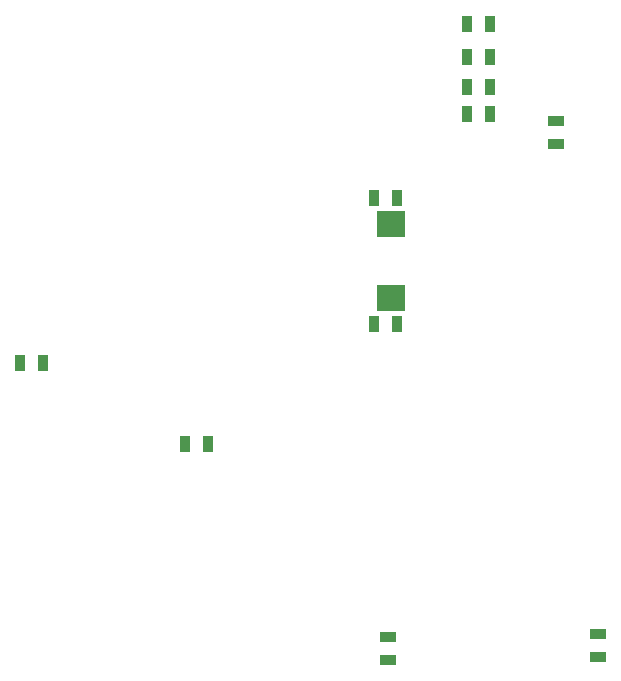
<source format=gbp>
G04 (created by PCBNEW-RS274X (2011-07-08)-stable) date Wed 10 Aug 2011 06:25:48 PM EDT*
G01*
G70*
G90*
%MOIN*%
G04 Gerber Fmt 3.4, Leading zero omitted, Abs format*
%FSLAX34Y34*%
G04 APERTURE LIST*
%ADD10C,0.006000*%
%ADD11R,0.035000X0.055000*%
%ADD12R,0.055000X0.035000*%
%ADD13R,0.094500X0.086600*%
G04 APERTURE END LIST*
G54D10*
G54D11*
X56875Y-39000D03*
X56125Y-39000D03*
X65525Y-25000D03*
X66275Y-25000D03*
X65525Y-26100D03*
X66275Y-26100D03*
X65525Y-27100D03*
X66275Y-27100D03*
X65525Y-28000D03*
X66275Y-28000D03*
G54D12*
X68500Y-28225D03*
X68500Y-28975D03*
X69900Y-46075D03*
X69900Y-45325D03*
X62900Y-46175D03*
X62900Y-45425D03*
G54D11*
X50625Y-36300D03*
X51375Y-36300D03*
X62425Y-30800D03*
X63175Y-30800D03*
X62425Y-35000D03*
X63175Y-35000D03*
G54D13*
X63000Y-31660D03*
X63000Y-34140D03*
M02*

</source>
